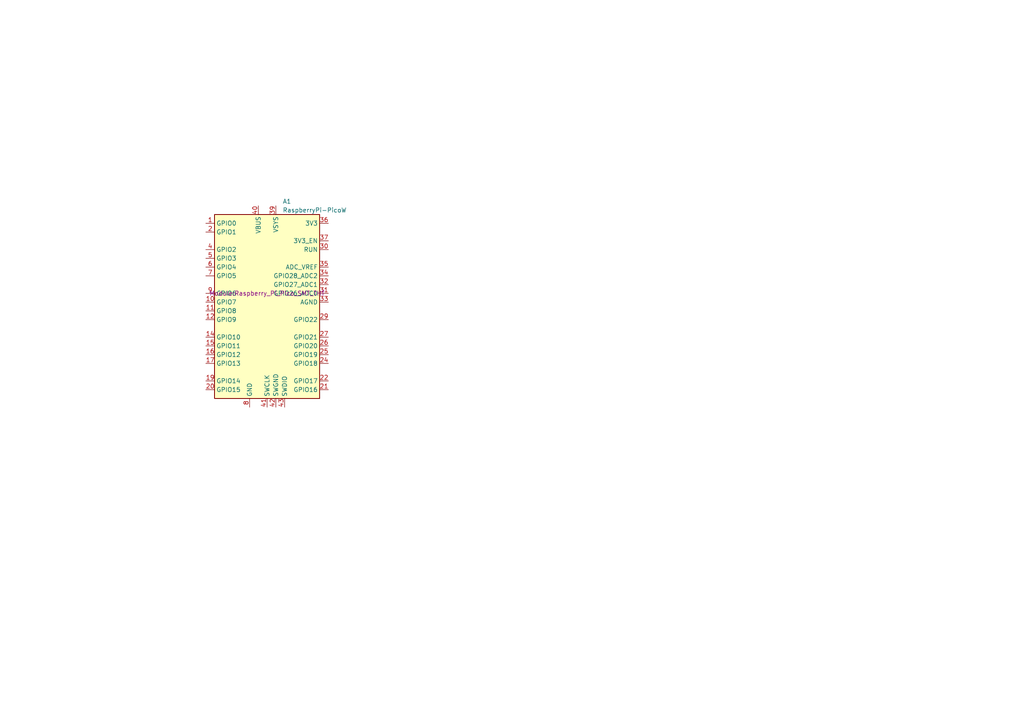
<source format=kicad_sch>
(kicad_sch (version 20230121) (generator eeschema)
  (paper "A4")
  (lib_symbols
    (symbol "MCU_Module:RaspberryPi-PicoW"
      (property "Reference" "A" (at 0 17.78 0))
      (property "Value" "RaspberryPi-PicoW" (at 2.54 15.24 0))
      (symbol "RaspberryPi-PicoW_1_1"
        (rectangle (start -15.24 27.94) (end 15.24 -25.4) (stroke (width 0.254)) (fill (type background)))
        (pin bidirectional line (at -17.78 25.4 0) (length 2.54) (name "GPIO0") (number "1"))
        (pin bidirectional line (at -17.78 2.54 0) (length 2.54) (name "GPIO7") (number "10"))
        (pin bidirectional line (at -17.78 0 0) (length 2.54) (name "GPIO8") (number "11"))
        (pin bidirectional line (at -17.78 -2.54 0) (length 2.54) (name "GPIO9") (number "12"))
        (pin passive line (at -5.08 -27.94 90) (length 2.54) hide (name "GND") (number "13"))
        (pin bidirectional line (at -17.78 -7.62 0) (length 2.54) (name "GPIO10") (number "14"))
        (pin bidirectional line (at -17.78 -10.16 0) (length 2.54) (name "GPIO11") (number "15"))
        (pin bidirectional line (at -17.78 -12.7 0) (length 2.54) (name "GPIO12") (number "16"))
        (pin bidirectional line (at -17.78 -15.24 0) (length 2.54) (name "GPIO13") (number "17"))
        (pin passive line (at -5.08 -27.94 90) (length 2.54) hide (name "GND") (number "18"))
        (pin bidirectional line (at -17.78 -20.32 0) (length 2.54) (name "GPIO14") (number "19"))
        (pin bidirectional line (at -17.78 22.86 0) (length 2.54) (name "GPIO1") (number "2"))
        (pin bidirectional line (at -17.78 -22.86 0) (length 2.54) (name "GPIO15") (number "20"))
        (pin bidirectional line (at 17.78 -22.86 180) (length 2.54) (name "GPIO16") (number "21"))
        (pin bidirectional line (at 17.78 -20.32 180) (length 2.54) (name "GPIO17") (number "22"))
        (pin passive line (at -5.08 -27.94 90) (length 2.54) hide (name "GND") (number "23"))
        (pin bidirectional line (at 17.78 -15.24 180) (length 2.54) (name "GPIO18") (number "24"))
        (pin bidirectional line (at 17.78 -12.7 180) (length 2.54) (name "GPIO19") (number "25"))
        (pin bidirectional line (at 17.78 -10.16 180) (length 2.54) (name "GPIO20") (number "26"))
        (pin bidirectional line (at 17.78 -7.62 180) (length 2.54) (name "GPIO21") (number "27"))
        (pin passive line (at -5.08 -27.94 90) (length 2.54) hide (name "GND") (number "28"))
        (pin bidirectional line (at 17.78 -2.54 180) (length 2.54) (name "GPIO22") (number "29"))
        (pin passive line (at -5.08 -27.94 90) (length 2.54) hide (name "GND") (number "3"))
        (pin input line (at 17.78 17.78 180) (length 2.54) (name "RUN") (number "30"))
        (pin bidirectional line (at 17.78 5.08 180) (length 2.54) (name "GPIO26_ADC0") (number "31"))
        (pin bidirectional line (at 17.78 7.62 180) (length 2.54) (name "GPIO27_ADC1") (number "32"))
        (pin power_in line (at 17.78 2.54 180) (length 2.54) (name "AGND") (number "33"))
        (pin bidirectional line (at 17.78 10.16 180) (length 2.54) (name "GPIO28_ADC2") (number "34"))
        (pin power_in line (at 17.78 12.7 180) (length 2.54) (name "ADC_VREF") (number "35"))
        (pin power_out line (at 17.78 25.4 180) (length 2.54) (name "3V3") (number "36"))
        (pin input line (at 17.78 20.32 180) (length 2.54) (name "3V3_EN") (number "37"))
        (pin passive line (at -5.08 -27.94 90) (length 2.54) hide (name "GND") (number "38"))
        (pin power_out line (at 2.54 30.48 270) (length 2.54) (name "VSYS") (number "39"))
        (pin bidirectional line (at -17.78 17.78 0) (length 2.54) (name "GPIO2") (number "4"))
        (pin power_out line (at -2.54 30.48 270) (length 2.54) (name "VBUS") (number "40"))
        (pin input line (at 0 -27.94 90) (length 2.54) (name "SWCLK") (number "41"))
        (pin power_in line (at 2.54 -27.94 90) (length 2.54) (name "SWGND") (number "42"))
        (pin bidirectional line (at 5.08 -27.94 90) (length 2.54) (name "SWDIO") (number "43"))
        (pin bidirectional line (at -17.78 15.24 0) (length 2.54) (name "GPIO3") (number "5"))
        (pin bidirectional line (at -17.78 12.7 0) (length 2.54) (name "GPIO4") (number "6"))
        (pin bidirectional line (at -17.78 10.16 0) (length 2.54) (name "GPIO5") (number "7"))
        (pin power_in line (at -5.08 -27.94 90) (length 2.54) (name "GND") (number "8"))
        (pin bidirectional line (at -17.78 5.08 0) (length 2.54) (name "GPIO6") (number "9"))
      )
    )
  )
  (symbol (lib_id "MCU_Module:RaspberryPi-PicoW") (at 77.47 90.17 0) (unit 1)
    (property "Reference" "A1" (at 81.9659 58.42 0) (effects (justify left)))
    (property "Value" "RaspberryPi-PicoW" (at 81.9659 60.96 0) (effects (justify left)))
    (property "Footprint" "Module:Raspberry_Pi_Pico_SMT_THT" (at 77.47 85.09 0))
    (property "Datasheet" "https://datasheets.raspberrypi.com/picow/pico-w-datasheet.pdf" (effects hide))
  )
)
</source>
